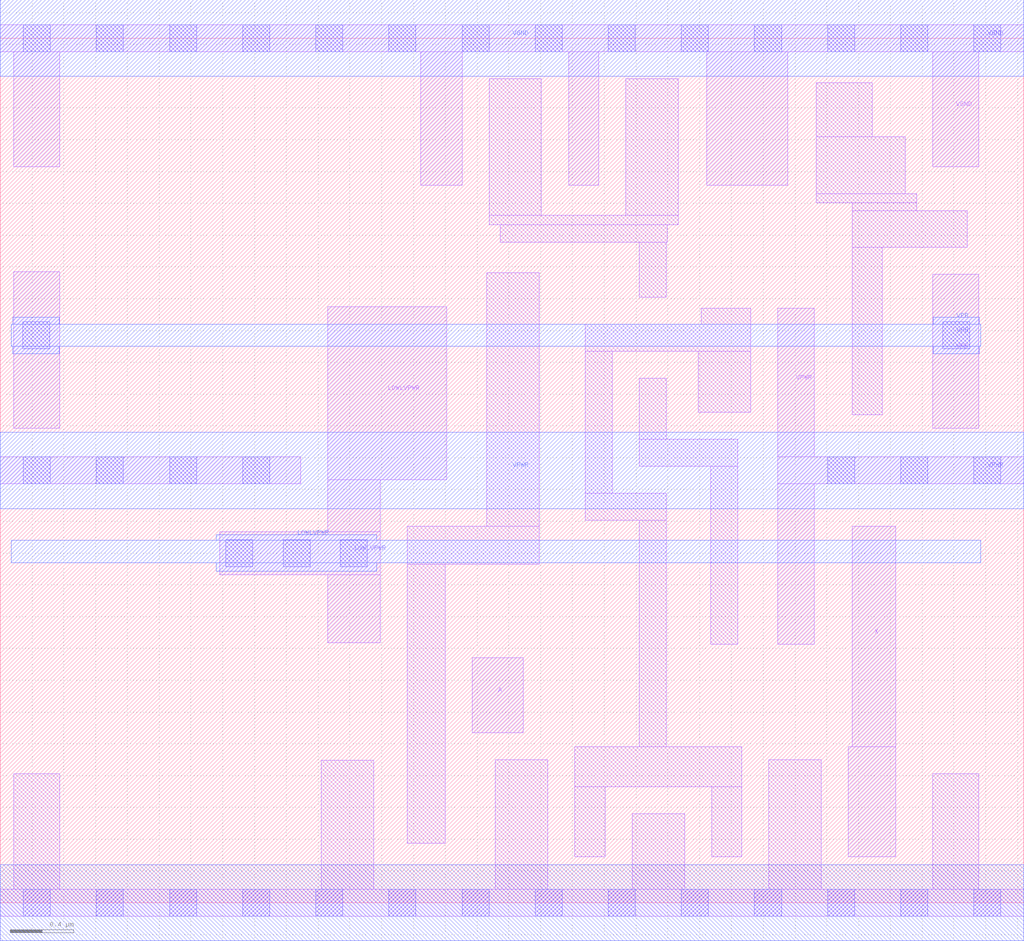
<source format=lef>
# Copyright 2020 The SkyWater PDK Authors
#
# Licensed under the Apache License, Version 2.0 (the "License");
# you may not use this file except in compliance with the License.
# You may obtain a copy of the License at
#
#     https://www.apache.org/licenses/LICENSE-2.0
#
# Unless required by applicable law or agreed to in writing, software
# distributed under the License is distributed on an "AS IS" BASIS,
# WITHOUT WARRANTIES OR CONDITIONS OF ANY KIND, either express or implied.
# See the License for the specific language governing permissions and
# limitations under the License.
#
# SPDX-License-Identifier: Apache-2.0

VERSION 5.7 ;
  NAMESCASESENSITIVE ON ;
  NOWIREEXTENSIONATPIN ON ;
  DIVIDERCHAR "/" ;
  BUSBITCHARS "[]" ;
UNITS
  DATABASE MICRONS 200 ;
END UNITS
MACRO sky130_fd_sc_hd__lpflow_lsbuf_lh_isowell_tap_1
  CLASS CORE ;
  SOURCE USER ;
  FOREIGN sky130_fd_sc_hd__lpflow_lsbuf_lh_isowell_tap_1 ;
  ORIGIN  0.000000  0.000000 ;
  SIZE  6.440000 BY  5.440000 ;
  SYMMETRY X Y R90 ;
  SITE unithd ;
  PIN A
    ANTENNAGATEAREA  0.603000 ;
    DIRECTION INPUT ;
    USE SIGNAL ;
    PORT
      LAYER li1 ;
        RECT 2.970000 1.070000 3.290000 1.540000 ;
    END
  END A
  PIN VPB
    ANTENNADIFFAREA  0.297500 ;
    PORT
      LAYER li1 ;
        RECT 0.085000 2.985000 0.375000 3.970000 ;
        RECT 5.865000 2.985000 6.155000 3.955000 ;
      LAYER mcon ;
        RECT 0.140000 3.485000 0.310000 3.655000 ;
        RECT 5.930000 3.485000 6.100000 3.655000 ;
      LAYER met1 ;
        RECT 0.070000 3.500000 6.170000 3.640000 ;
        RECT 0.080000 3.455000 0.370000 3.500000 ;
        RECT 0.080000 3.640000 0.370000 3.685000 ;
        RECT 5.870000 3.455000 6.160000 3.500000 ;
        RECT 5.870000 3.640000 6.160000 3.685000 ;
    END
  END VPB
  PIN X
    ANTENNADIFFAREA  0.402500 ;
    DIRECTION OUTPUT ;
    USE SIGNAL ;
    PORT
      LAYER li1 ;
        RECT 5.335000 0.290000 5.635000 0.980000 ;
        RECT 5.360000 0.980000 5.635000 2.370000 ;
    END
  END X
  PIN LOWLVPWR
    DIRECTION INOUT ;
    SHAPE ABUTMENT ;
    USE POWER ;
    PORT
      LAYER li1 ;
        RECT 1.380000 2.065000 2.390000 2.335000 ;
        RECT 2.060000 1.635000 2.390000 2.065000 ;
        RECT 2.060000 2.335000 2.390000 2.660000 ;
        RECT 2.060000 2.660000 2.810000 3.750000 ;
      LAYER mcon ;
        RECT 1.420000 2.115000 1.590000 2.285000 ;
        RECT 1.780000 2.115000 1.950000 2.285000 ;
        RECT 2.140000 2.115000 2.310000 2.285000 ;
      LAYER met1 ;
        RECT 0.070000 2.140000 6.170000 2.280000 ;
        RECT 1.360000 2.085000 2.370000 2.140000 ;
        RECT 1.360000 2.280000 2.370000 2.315000 ;
    END
  END LOWLVPWR
  PIN VGND
    DIRECTION INOUT ;
    SHAPE ABUTMENT ;
    USE GROUND ;
    PORT
      LAYER li1 ;
        RECT 0.000000 5.355000 6.440000 5.525000 ;
        RECT 0.085000 4.630000 0.375000 5.355000 ;
        RECT 2.645000 4.515000 2.905000 5.355000 ;
        RECT 3.575000 4.515000 3.765000 5.355000 ;
        RECT 4.445000 4.515000 4.955000 5.355000 ;
        RECT 5.865000 4.630000 6.155000 5.355000 ;
      LAYER mcon ;
        RECT 0.145000 5.355000 0.315000 5.525000 ;
        RECT 0.605000 5.355000 0.775000 5.525000 ;
        RECT 1.065000 5.355000 1.235000 5.525000 ;
        RECT 1.525000 5.355000 1.695000 5.525000 ;
        RECT 1.985000 5.355000 2.155000 5.525000 ;
        RECT 2.445000 5.355000 2.615000 5.525000 ;
        RECT 2.905000 5.355000 3.075000 5.525000 ;
        RECT 3.365000 5.355000 3.535000 5.525000 ;
        RECT 3.825000 5.355000 3.995000 5.525000 ;
        RECT 4.285000 5.355000 4.455000 5.525000 ;
        RECT 4.745000 5.355000 4.915000 5.525000 ;
        RECT 5.205000 5.355000 5.375000 5.525000 ;
        RECT 5.665000 5.355000 5.835000 5.525000 ;
        RECT 6.125000 5.355000 6.295000 5.525000 ;
      LAYER met1 ;
        RECT 0.000000 5.200000 6.440000 5.680000 ;
    END
  END VGND
  PIN VPWR
    DIRECTION INOUT ;
    SHAPE ABUTMENT ;
    USE POWER ;
    PORT
      LAYER li1 ;
        RECT 0.000000 2.635000 1.890000 2.805000 ;
        RECT 4.890000 1.625000 5.120000 2.635000 ;
        RECT 4.890000 2.635000 6.440000 2.805000 ;
        RECT 4.890000 2.805000 5.120000 3.740000 ;
      LAYER mcon ;
        RECT 0.145000 2.635000 0.315000 2.805000 ;
        RECT 0.605000 2.635000 0.775000 2.805000 ;
        RECT 1.065000 2.635000 1.235000 2.805000 ;
        RECT 1.525000 2.635000 1.695000 2.805000 ;
        RECT 5.205000 2.635000 5.375000 2.805000 ;
        RECT 5.665000 2.635000 5.835000 2.805000 ;
        RECT 6.125000 2.635000 6.295000 2.805000 ;
      LAYER met1 ;
        RECT 0.000000 2.480000 6.440000 2.960000 ;
    END
  END VPWR
  OBS
    LAYER li1 ;
      RECT 0.000000 -0.085000 6.440000 0.085000 ;
      RECT 0.085000  0.085000 0.375000 0.810000 ;
      RECT 2.020000  0.085000 2.350000 0.895000 ;
      RECT 2.560000  0.375000 2.800000 2.130000 ;
      RECT 2.560000  2.130000 3.390000 2.370000 ;
      RECT 3.060000  2.370000 3.390000 3.965000 ;
      RECT 3.075000  4.265000 4.265000 4.325000 ;
      RECT 3.075000  4.325000 3.405000 5.185000 ;
      RECT 3.115000  0.085000 3.445000 0.900000 ;
      RECT 3.145000  4.155000 4.195000 4.265000 ;
      RECT 3.615000  0.290000 3.805000 0.730000 ;
      RECT 3.615000  0.730000 4.665000 0.980000 ;
      RECT 3.680000  2.405000 4.190000 2.575000 ;
      RECT 3.680000  2.575000 3.850000 3.470000 ;
      RECT 3.680000  3.470000 4.720000 3.640000 ;
      RECT 3.935000  4.325000 4.265000 5.185000 ;
      RECT 3.975000  0.085000 4.305000 0.560000 ;
      RECT 4.020000  0.980000 4.190000 2.405000 ;
      RECT 4.020000  2.745000 4.640000 2.915000 ;
      RECT 4.020000  2.915000 4.190000 3.300000 ;
      RECT 4.020000  3.810000 4.190000 4.155000 ;
      RECT 4.390000  3.085000 4.720000 3.470000 ;
      RECT 4.410000  3.640000 4.720000 3.740000 ;
      RECT 4.470000  1.625000 4.640000 2.745000 ;
      RECT 4.475000  0.290000 4.665000 0.730000 ;
      RECT 4.835000  0.085000 5.165000 0.900000 ;
      RECT 5.135000  4.405000 5.765000 4.460000 ;
      RECT 5.135000  4.460000 5.695000 4.820000 ;
      RECT 5.135000  4.820000 5.485000 5.160000 ;
      RECT 5.360000  3.070000 5.550000 4.125000 ;
      RECT 5.360000  4.125000 6.085000 4.355000 ;
      RECT 5.360000  4.355000 5.765000 4.405000 ;
      RECT 5.865000  0.085000 6.155000 0.810000 ;
    LAYER mcon ;
      RECT 0.145000 -0.085000 0.315000 0.085000 ;
      RECT 0.605000 -0.085000 0.775000 0.085000 ;
      RECT 1.065000 -0.085000 1.235000 0.085000 ;
      RECT 1.525000 -0.085000 1.695000 0.085000 ;
      RECT 1.985000 -0.085000 2.155000 0.085000 ;
      RECT 2.445000 -0.085000 2.615000 0.085000 ;
      RECT 2.905000 -0.085000 3.075000 0.085000 ;
      RECT 3.365000 -0.085000 3.535000 0.085000 ;
      RECT 3.825000 -0.085000 3.995000 0.085000 ;
      RECT 4.285000 -0.085000 4.455000 0.085000 ;
      RECT 4.745000 -0.085000 4.915000 0.085000 ;
      RECT 5.205000 -0.085000 5.375000 0.085000 ;
      RECT 5.665000 -0.085000 5.835000 0.085000 ;
      RECT 6.125000 -0.085000 6.295000 0.085000 ;
    LAYER met1 ;
      RECT 0.000000 -0.240000 6.440000 0.240000 ;
  END
END sky130_fd_sc_hd__lpflow_lsbuf_lh_isowell_tap_1
END LIBRARY

</source>
